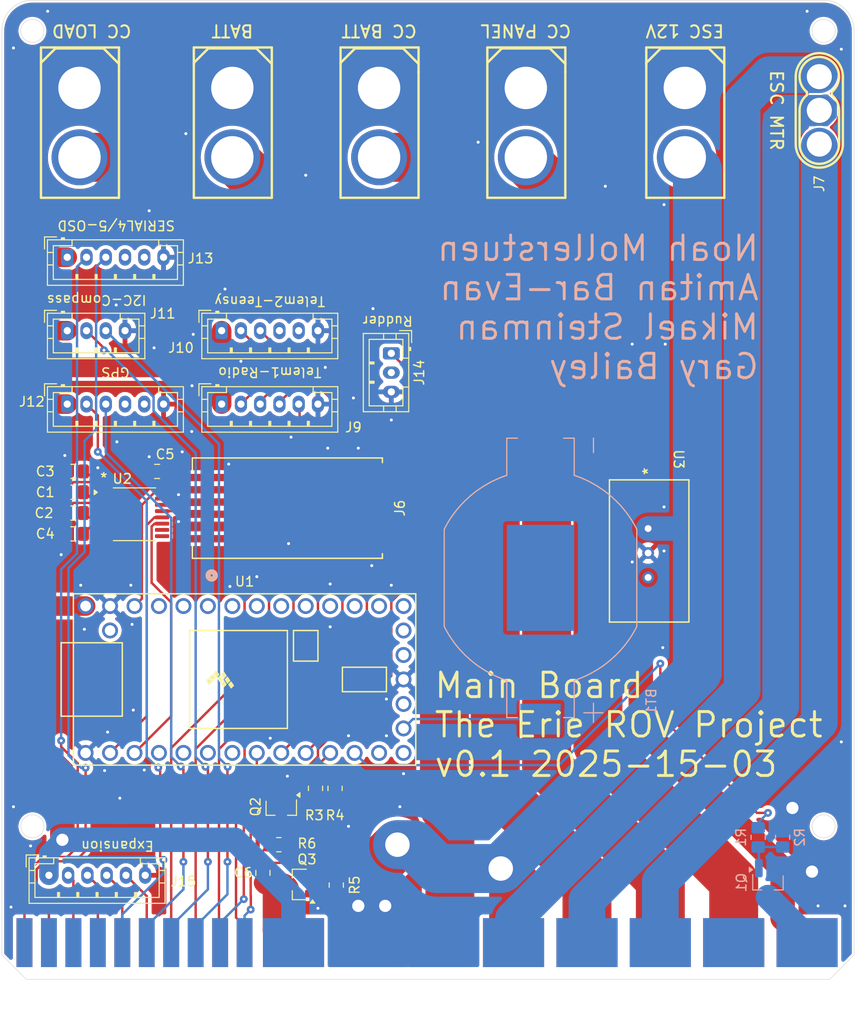
<source format=kicad_pcb>
(kicad_pcb (version 20240108) (generator "pcbnew") (generator_version "8.0")
  (layers (0 "F.Cu" signal) (31 "B.Cu" signal) (34 "B.Paste" user) (35 "F.Paste" user) (36 "B.SilkS" user "B.Silkscreen") (37 "F.SilkS" user "F.Silkscreen") (38 "B.Mask" user) (39 "F.Mask" user) (44 "Edge.Cuts" user))
  (net 0 "")
  (net 1 "GND")
  (net 2 "PNL+")
  (net 3 "MTR_B")
  (net 4 "MTR_G")
  (net 5 "MTR_W")
  (net 6 "+5V")
  (net 7 "GPS_TX")
  (net 8 "GPS_RX")
  (net 9 "TELEM1_TX")
  (net 10 "TELEM1_RX")
  (net 11 "RDR_PWM")
  (net 12 "+12V")
  (net 16 "TELEM1_CTS")
  (net 17 "TELEM1_RTS")
  (net 34 "TELEM2_TX")
  (net 36 "Net-(Q1-G)")
  (net 37 "Net-(U2-C1-)")
  (net 38 "Net-(U2-C1+)")
  (net 39 "Net-(U2-C2-)")
  (net 40 "Net-(U2-C2+)")
  (net 41 "Net-(U2-V+)")
  (net 42 "Net-(U2-V-)")
  (net 43 "+3.3V")
  (net 48 "Net-(U2-R1IN)")
  (net 49 "Net-(U2-T1OUT)")
  (net 50 "SCC_TX")
  (net 51 "SCC_RX")
  (net 52 "VID_PWR")
  (net 53 "TELEM2_RX")
  (net 55 "EXP_3")
  (net 56 "EXP_4")
  (net 58 "EXP_2")
  (net 59 "LOAD_CC")
  (net 60 "OSD_TX")
  (net 61 "EXP_1")
  (net 62 "OSD_RX")
  (net 63 "STRB_PWM")
  (net 64 "5V_AUX")
  (net 71 "Net-(U1-VBAT)")
  (net 72 "GPS_SCL")
  (net 73 "GPS_SCA")
  (net 74 "TELEM_GND")
  (net 75 "VTX_SW")
  (net 76 "TELEM_SW")
  (net 77 "BATT_SW")
  (net 78 "BATT_CC")
  (net 87 "Net-(Q2-G)")
  (net 88 "Net-(Q2-D)")
  (net 89 "Net-(Q3-G)")
  (footprint "1761426_3:1761426_1_CardEdge" (layer "F.Cu") (at 101.6 203.2)
    (property "Reference" "J1" (hide yes))
    (property "Value" "1761426-1" (hide yes))
    (fp_line (start -44.2595 -2.54) (end -44.2595 -7.62) (stroke (width 0.05)) (layer "Edge.Cuts"))
    (fp_line (start -41.7195 0) (end -44.2595 -2.54) (stroke (width 0.05)) (layer "Edge.Cuts"))
    (fp_line (start -41.7195 0) (end 41.7195 0) (stroke (width 0.05)) (layer "Edge.Cuts"))
    (fp_line (start 41.7195 0) (end 44.2595 -2.54) (stroke (width 0.05)) (layer "Edge.Cuts"))
    (fp_line (start 44.2595 -2.54) (end 44.2595 -7.62) (stroke (width 0.05)) (layer "Edge.Cuts"))
  )
  (footprint "easyeda2kicad:CONN-TH_XT60" (layer "F.Cu") (at 81.28 114.3 -90)
    (property "Reference" "J2" (hide yes))
    (property "Value" "BATT")
  )
  (footprint "easyeda2kicad:CONN-TH_XT60" (layer "F.Cu") (at 65.405 114.3 -90)
    (property "Reference" "J5" (hide yes))
    (property "Value" "CC LOAD")
  )
  (footprint "Package_SO:TSSOP-16_4.4x5mm_P0.65mm" (layer "F.Cu") (at 71.12 154.94)
    (property "Reference" "U2")
    (property "Value" "MAX3232CUE+T")
  )
  (footprint "Resistor_SMD:R_0805_2012Metric_Pad1.20x1.40mm_HandSolder" (layer "F.Cu") (at 86.106 189.23)
    (property "Reference" "R6")
    (property "Value" "1k")
  )
  (footprint "Package_TO_SOT_SMD:SOT-23_Handsoldering" (layer "F.Cu") (at 88.265 193.355 180)
    (property "Reference" "Q3")
    (property "Value" "AO3401A")
  )
  (footprint "Capacitor_SMD:C_0805_2012Metric_Pad1.18x1.45mm_HandSolder" (layer "F.Cu") (at 64.77 150.495 180)
    (property "Reference" "C3")
    (property "Value" "0.1uF")
  )
  (footprint "easyeda2kicad:CONN-TH_XT60" (layer "F.Cu") (at 96.52 114.3 -90)
    (property "Reference" "J4" (hide yes))
    (property "Value" "CC BATT")
  )
  (footprint "Connector_JST:JST_PH_B3B-PH-K_1x03_P2.00mm_Vertical" (layer "F.Cu") (at 97.79 138.24 -90)
    (property "Reference" "J14")
    (property "Value" "Rudder")
  )
  (footprint "easyeda2kicad:CONN-TH_XT60" (layer "F.Cu") (at 111.76 114.3 -90)
    (property "Reference" "J3" (hide yes))
    (property "Value" "CC PANEL")
  )
  (footprint "Connector_JST:JST_PH_B6B-PH-K_1x06_P2.00mm_Vertical" (layer "F.Cu") (at 80.17 135.89)
    (property "Reference" "J10")
    (property "Value" "Telem2-Teensy")
  )
  (footprint "Connector_JST:JST_PH_B6B-PH-K_1x06_P2.00mm_Vertical" (layer "F.Cu") (at 62.23 192.405)
    (property "Reference" "J15")
    (property "Value" "Expansion")
  )
  (footprint "Capacitor_SMD:C_0805_2012Metric_Pad1.18x1.45mm_HandSolder" (layer "F.Cu") (at 84.455 192.151 -90)
    (property "Reference" "C6")
    (property "Value" "10n")
  )
  (footprint "Connector_JST:JST_PH_B6B-PH-K_1x06_P2.00mm_Vertical" (layer "F.Cu") (at 64.135 143.51)
    (property "Reference" "J12")
    (property "Value" "GPS")
  )
  (footprint "Resistor_SMD:R_0805_2012Metric_Pad1.20x1.40mm_HandSolder" (layer "F.Cu") (at 89.916 183.388 90)
    (property "Reference" "R3")
    (property "Value" "100")
  )
  (footprint "teensy_library:Teensy40" (layer "F.Cu") (at 82.55 172.085)
    (property "Reference" "U1")
    (property "Value" "Teensy4.0")
  )
  (footprint "Connector_JST:JST_PH_B4B-PH-K_1x04_P2.00mm_Vertical" (layer "F.Cu") (at 64.135 135.89)
    (property "Reference" "J11")
    (property "Value" "I2C")
  )
  (footprint "Capacitor_SMD:C_0805_2012Metric_Pad1.18x1.45mm_HandSolder" (layer "F.Cu") (at 64.77 152.654 180)
    (property "Reference" "C1")
    (property "Value" "0.1uF")
  )
  (footprint "Resistor_SMD:R_0805_2012Metric_Pad1.20x1.40mm_HandSolder" (layer "F.Cu") (at 92.075 193.421 -90)
    (property "Reference" "R5")
    (property "Value" "10K")
  )
  (footprint "Connector_JST:JST_PH_B6B-PH-K_1x06_P2.00mm_Vertical" (layer "F.Cu") (at 80.17 143.51)
    (property "Reference" "J9")
    (property "Value" "Telem1-Radio")
  )
  (footprint "Package_TO_SOT_SMD:SOT-23_Handsoldering" (layer "F.Cu") (at 86.36 185.42 -90)
    (property "Reference" "Q2")
    (property "Value" "FDV303N")
  )
  (footprint "Capacitor_SMD:C_0805_2012Metric_Pad1.18x1.45mm_HandSolder" (layer "F.Cu") (at 73.4695 150.495)
    (property "Reference" "C5")
    (property "Value" "0.1uF")
  )
  (footprint "Resistor_SMD:R_0805_2012Metric_Pad1.20x1.40mm_HandSolder" (layer "F.Cu") (at 91.948 183.388 90)
    (property "Reference" "R4")
    (property "Value" "10K")
  )
  (footprint "0855135002:CONN_85513-5002_MOL" (layer "F.Cu") (at 86.995 154.305 90)
    (property "Reference" "J6")
    (property "Value" "855135002")
  )
  (footprint "easyeda2kicad:CONN-TH_MR30-M" (layer "F.Cu") (at 142.24 113.03 -90)
    (property "Reference" "J7")
    (property "Value" "ESC MTR")
  )
  (footprint "TSR_2_2450:TSR 2-2450_TRP" (layer "F.Cu") (at 124.46 156.421709 -90)
    (property "Reference" "U3")
    (property "Value" "TSR 2-2450")
  )
  (footprint "easyeda2kicad:CONN-TH_XT60" (layer "F.Cu") (at 128.27 114.3 -90)
    (property "Reference" "J8" (hide yes))
    (property "Value" "ESC 12V")
  )
  (footprint "Connector_JST:JST_PH_B6B-PH-K_1x06_P2.00mm_Vertical" (layer "F.Cu") (at 64.135 128.27)
    (property "Reference" "J13")
    (property "Value" "SERIAL4/5-OSD")
  )
  (footprint "Capacitor_SMD:C_0805_2012Metric_Pad1.18x1.45mm_HandSolder" (layer "F.Cu") (at 64.77 154.813 180)
    (property "Reference" "C2")
    (property "Value" "0.1uF")
  )
  (footprint "Capacitor_SMD:C_0805_2012Metric_Pad1.18x1.45mm_HandSolder" (layer "F.Cu") (at 64.77 156.972)
    (property "Reference" "C4")
    (property "Value" "0.1uF")
  )
  (footprint "BU2032SM_HD_G:BAT_BU2032SM-HD-G" (layer "B.Cu") (at 113.284 161.544 90)
    (property "Reference" "BT1")
    (property "Value" "BU2032SM-HD-G")
  )
  (footprint "Resistor_SMD:R_0805_2012Metric_Pad1.20x1.40mm_HandSolder" (layer "B.Cu") (at 138.43 188.468 90)
    (property "Reference" "R2")
    (property "Value" "10K")
  )
  (footprint "Package_TO_SOT_SMD:SOT-23_Handsoldering" (layer "B.Cu") (at 136.906 193.167 -90)
    (property "Reference" "Q1")
    (property "Value" "FDV303N")
  )
  (footprint "Resistor_SMD:R_0805_2012Metric_Pad1.20x1.40mm_HandSolder" (layer "B.Cu") (at 135.89 188.468 90)
    (property "Reference" "R1")
    (property "Value" "100")
  )
  (gr_circle (center 60.5155 104.775) (end 59.3155 104.775) (stroke (width 0.0508)) (fill none) (layer "Edge.Cuts"))
  (gr_circle (center 142.6845 104.775) (end 141.4845 104.775) (stroke (width 0.0508)) (fill none) (layer "Edge.Cuts"))
  (gr_line (start 142.6845 101.6) (end 60.5155 101.6) (stroke (width 0.0508)) (layer "Edge.Cuts"))
  (gr_line (start 145.8595 195.58) (end 145.8595 104.775001) (stroke (width 0.0508)) (layer "Edge.Cuts"))
  (gr_circle (center 60.5155 187.325) (end 59.3155 187.325) (stroke (width 0.0508)) (fill none) (layer "Edge.Cuts"))
  (gr_arc (start 142.6845 101.6) (mid 144.929564 102.529936) (end 145.8595 104.775001) (stroke (width 0.0508)) (layer "Edge.Cuts"))
  (gr_circle (center 142.6845 187.325) (end 141.4845 187.325) (stroke (width 0.0508)) (fill none) (layer "Edge.Cuts"))
  (gr_arc (start 57.3405 104.775) (mid 58.270436 102.529936) (end 60.5155 101.6) (stroke (width 0.0508)) (layer "Edge.Cuts"))
  (gr_line (start 57.3405 195.58) (end 57.3405 104.775) (stroke (width 0.0508)) (layer "Edge.Cuts"))
  (gr_text "Noah Mollerstuen\nAmitan Bar-Evan\nMikael Steinman\nGary Bailey" (at 136.144 141.097 -0) (layer "B.SilkS") (effects (font (size 2.54 2.54) (thickness 0.3048)) (justify left bottom mirror)))
  (gr_text "Main Board\nThe Erie ROV Project\nv0.1 2025-15-03" (at 102.108 182.372 0) (layer "F.SilkS") (effects (font (size 2.54 2.54) (thickness 0.3048)) (justify left bottom)))
  (segment (start 97.79 142.24) (end 97.79 143.637) (width 0.25) (layer "F.Cu") (net 1))
  (segment (start 96.52 199.39) (end 95.25 199.39) (width 0.25) (layer "F.Cu") (net 1))
  (segment (start 95.25 199.39) (end 95.28 199.36) (width 5.08) (layer "F.Cu") (net 1))
  (segment (start 75.692 152.908) (end 75.284998 153.315002) (width 0.25) (layer "F.Cu") (net 1))
  (segment (start 75.284998 153.315002) (end 74.060299 153.315002) (width 0.25) (layer "F.Cu") (net 1))
  (via (at 81.026 162.433) (size 0.8128) (drill 0.3048) (layers "F.Cu" "B.Cu") (net 1))
  (via (at 86.995 182.118) (size 0.8128) (drill 0.3048) (layers "F.Cu" "B.Cu") (net 1))
  (via (at 97.282 177.927) (size 0.8128) (drill 0.3048) (layers "F.Cu" "B.Cu") (net 1))
  (via (at 87.122 157.988) (size 0.8128) (drill 0.3048) (layers "F.Cu" "B.Cu") (net 1))
  (via (at 65.913 166.878) (size 0.8128) (drill 0.3048) (layers "F.Cu" "B.Cu") (net 1))
  (via (at 98.679 185.293) (size 0.8128) (drill 0.3048) (layers "F.Cu" "B.Cu") (net 1))
  (via (at 97.282 174.117) (size 0.8128) (drill 0.3048) (layers "F.Cu" "B.Cu") (net 1))
  (via (at 94.361 148.082) (size 0.8128) (drill 0.3048) (layers "F.Cu" "B.Cu") (net 1))
  (via (at 97.79 162.306) (size 0.8128) (drill 0.3048) (layers "F.Cu" "B.Cu") (net 1))
  (via (at 144.526 178.562) (size 0.8128) (drill 0.3048) (layers "F.Cu" "B.Cu") (net 1))
  (via (at 69.2912 147.4216) (size 0.8128) (drill 0.3048) (layers "F.Cu" "B.Cu") (net 1))
  (via (at 93.853 142.875) (size 0.8128) (drill 0.3048) (layers "F.Cu" "B.Cu") (net 1))
  (via (at 144.526 106.68) (size 0.8128) (drill 0.3048) (layers "F.Cu" "B.Cu") (net 1))
  (via (at 140.97 102.743) (size 0.8128) (drill 0.3048) (layers "F.Cu" "B.Cu") (net 1))
  (via (at 83.82 161.417) (size 0.8128) (drill 0.3048) (layers "F.Cu" "B.Cu") (net 1))
  (via (at 91.186 148.082) (size 0.8128) (drill 0.3048) (layers "F.Cu" "B.Cu") (net 1))
  (via (at 62.103 102.743) (size 0.8128) (drill 0.3048) (layers "F.Cu" "B.Cu") (net 1))
  (via (at 126.111 158.75) (size 0.8128) (drill 0.3048) (layers "F.Cu" "B.Cu") (net 1))
  (via (at 82.169 139.065) (size 0.8128) (drill 0.3048) (layers "F.Cu" "B.Cu") (net 1))
  (via (at 94.361 195.58) (size 2.032) (drill 1.27) (layers "F.Cu" "B.Cu") (net 1))
  (via (at 70.739 162.306) (size 0.8128) (drill 0.3048) (layers "F.Cu" "B.Cu") (net 1))
  (via (at 63.881 148.844) (size 0.8128) (drill 0.3048) (layers "F.Cu" "B.Cu") (net 1))
  (via (at 80.899 149.733) (size 0.8128) (drill 0.3048) (layers "F.Cu" "B.Cu") (net 1))
  (via (at 69.215 133.223) (size 0.8128) (drill 0.3048) (layers "F.Cu" "B.Cu") (net 1))
  (via (at 126.238 137.287) (size 0.8128) (drill 0.3048) (layers "F.Cu" "B.Cu") (net 1))
  (via (at 72.136 181.483) (size 0.8128) (drill 0.3048) (layers "F.Cu" "B.Cu") (net 1))
  (via (at 58.547 185.293) (size 0.8128) (drill 0.3048) (layers "F.Cu" "B.Cu") (net 1))
  (via (at 93.345 177.927) (size 0.8128) (drill 0.3048) (layers "F.Cu" "B.Cu") (net 1))
  (via (at 75.692 155.702) (size 0.8128) (drill 0.3048) (layers "F.Cu" "B.Cu") (net 1))
  (via (at 76.073 148.463) (size 0.8128) (drill 0.3048) (layers "F.Cu" "B.Cu") (net 1))
  (via (at 95.758 160.274) (size 0.8128) (drill 0.3048) (layers "F.Cu" "B.Cu") (net 1))
  (via (at 144.907 195.58) (size 0.8128) (drill 0.3048) (layers "F.Cu" "B.Cu") (net 1))
  (via (at 72.644 148.971) (size 0.8128) (drill 0.3048) (layers "F.Cu" "B.Cu") (net 1))
  (via (at 70.993 175.26) (size 0.8128) (drill 0.3048) (layers "F.Cu" "B.Cu") (net 1))
  (via (at 73.152 137.668) (size 0.8128) (drill 0.3048) (layers "F.Cu" "B.Cu") (net 1))
  (via (at 120.015 120.904) (size 0.8128) (drill 0.3048) (layers "F.Cu" "B.Cu") (net 1))
  (via (at 77.216 136.271) (size 0.8128) (drill 0.3048) (layers "F.Cu" "B.Cu") (net 1))
  (via (at 122.809 137.287) (size 0.8128) (drill 0.3048) (layers "F.Cu" "B.Cu") (net 1))
  (via (at 60.325 189.357) (size 0.8128) (drill 0.3048) (layers "F.Cu" "B.Cu") (net 1))
  (via (at 141.478 192.024) (size 2.032) (drill 1.27) (layers "F.Cu" "B.Cu") (net 1))
  (via (at 125.984 168.783) (size 0.8128) (drill 0.3048) (layers "F.Cu" "B.Cu") (net 1))
  (via (at 85.217 178.181) (size 0.8128) (drill 0.3048) (layers "F.Cu" "B.Cu") (net 1))
  (via (at 97.79 145.161) (size 0.8128) (drill 0.3048) (layers "F.Cu" "B.Cu") (net 1))
  (via (at 72.644 123.444) (size 0.8128) (drill 0.3048) (layers "F.Cu" "B.Cu") (net 1))
  (via (at 77.089 141.605) (size 0.8128) (drill 0.3048) (layers "F.Cu" "B.Cu") (net 1))
  (via (at 139.446 185.42) (size 2.032) (drill 1.27) (layers "F.Cu" "B.Cu") (net 1))
  (via (at 90.17 195.834) (size 0.8128) (drill 0.3048) (layers "F.Cu" "B.Cu") (net 1))
  (via (at 126.111 154.178) (size 0.8128) (drill 0.3048) (layers "F.Cu" "B.Cu") (net 1))
  (via (at 77.0636 146.3548) (size 0.8128) (drill 0.3048) (layers "F.Cu" "B.Cu") (net 1))
  (via (at 80.518 131.572) (size 0.8128) (drill 0.3048) (layers "F.Cu" "B.Cu") (net 1))
  (via (at 70.866 166.37) (size 0.8128) (drill 0.3048) (layers "F.Cu" "B.Cu") (net 1))
  (via (at 93.345 187.325) (size 0.8128) (drill 0.3048) (layers "F.Cu" "B.Cu") (net 1))
  (via (at 75.692 152.908) (size 0.8128) (drill 0.3048) (layers "F.Cu" "B.Cu") (net 1))
  (via (at 87.376 146.939) (size 0.8128) (drill 0.3048) (layers "F.Cu" "B.Cu") (net 1))
  (via (at 106.807 116.332) (size 0.8128) (drill 0.3048) (layers "F.Cu" "B.Cu") (net 1))
  (via (at 95.885 133.604) (size 0.8128) (drill 0.3048) (layers "F.Cu" "B.Cu") (net 1))
  (via (at 58.293 195.707) (size 0.8128) (drill 0.3048) (layers "F.Cu" "B.Cu") (net 1))
  (via (at 68.326 177.546) (size 0.8128) (drill 0.3048) (layers "F.Cu" "B.Cu") (net 1))
  (via (at 67.31 150.114) (size 0.8128) (drill 0.3048) (layers "F.Cu" "B.Cu") (net 1))
  (via (at 69.596 184.404) (size 0.8128) (drill 0.3048) (layers "F.Cu" "B.Cu") (net 1))
  (via (at 76.454 115.443) (size 0.8128) (drill 0.3048) (layers "F.Cu" "B.Cu") (net 1))
  (via (at 68.014808 181.539386) (size 0.8128) (drill 0.3048) (layers "F.Cu" "B.Cu") (net 1))
  (via (at 88.9 119.761) (size 0.8128) (drill 0.3048) (layers "F.Cu" "B.Cu") (net 1))
  (via (at 63.5 159.131) (size 0.8128) (drill 0.3048) (layers "F.Cu" "B.Cu") (net 1))
  (via (at 126.111 122.809) (size 0.8128) (drill 0.3048) (layers "F.Cu" "B.Cu") (net 1))
  (via (at 142.113 195.58) (size 0.8128) (drill 0.3048) (layers "F.Cu" "B.Cu") (net 1))
  (via (at 97.155 195.58) (size 2.032) (drill 1.27) (layers "F.Cu" "B.Cu") (net 1))
  (via (at 91.44 162.179) (size 0.8128) (drill 0.3048) (layers "F.Cu" "B.Cu") (net 1))
  (via (at 58.547 106.553) (size 0.8128) (drill 0.3048) (layers "F.Cu" "B.Cu") (net 1))
  (via (at 91.44 166.624) (size 0.8128) (drill 0.3048) (layers "F.Cu" "B.Cu") (net 1))
  (via (at 99.06 181.864) (size 0.8128) (drill 0.3048) (layers "F.Cu" "B.Cu") (net 1))
  (via (at 122.809 159.893) (size 0.8128) (drill 0.3048) (layers "F.Cu" "B.Cu") (net 1))
  (via (at 90.932 139.7) (size 0.8128) (drill 0.3048) (layers "F.Cu" "B.Cu") (net 1))
  (via (at 65.532 162.306) (size 0.8128) (drill 0.3048) (layers "F.Cu" "B.Cu") (net 1))
  (segment (start 83.185 184.531) (end 69.723 184.531) (width 5.08) (layer "B.Cu") (net 1))
  (segment (start 69.723 184.531) (end 69.596 184.404) (width 5.08) (layer "B.Cu") (net 1))
  (segment (start 89.73 188.79) (end 87.444 188.79) (width 5.08) (layer "B.Cu") (net 1))
  (segment (start 60.325 125.095) (end 60.765 124.655) (width 5.08) (layer "B.Cu") (net 1))
  (segment (start 71.12 112.313781) (end 69.506219 110.7) (width 5.08) (layer "B.Cu") (net 1))
  (segment (start 85.344 186.69) (end 83.185 184.531) (width 5.08) (layer "B.Cu") (net 1))
  (segment (start 95.25 196.469) (end 94.361 195.58) (width 5.08) (layer "B.Cu") (net 1))
  (segment (start 69.506219 110.7) (end 65.405 110.7) (width 5.08) (layer "B.Cu") (net 1))
  (segment (start 97.155 195.58) (end 94.361 195.58) (width 5.08) (layer "B.Cu") (net 1))
  (segment (start 69.596 184.404) (end 69.469 184.531) (width 5.08) (layer "B.Cu") (net 1))
  (segment (start 72.23 192.405) (end 72.23 190.787) (width 0.25) (layer "B.Cu") (net 1))
  (segment (start 95.25 199.39) (end 95.25 196.469) (width 5.08) (layer "B.Cu") (net 1))
  (segment (start 97.155 195.58) (end 96.52 195.58) (width 5.08) (layer "B.Cu") (net 1))
  (segment (start 71.12 120.161165) (end 71.12 112.313781) (width 5.08) (layer "B.Cu") (net 1))
  (segment (start 64.4525 184.531) (end 60.325 180.4035) (width 5.08) (layer "B.Cu") (net 1))
  (segment (start 87.444 188.79) (end 85.344 186.69) (width 5.08) (layer "B.Cu") (net 1))
  (segment (start 69.469 184.531) (end 64.4525 184.531) (width 5.08) (layer "B.Cu") (net 1))
  (segment (start 96.52 195.58) (end 89.73 188.79) (width 5.08) (layer "B.Cu") (net 1))
  (segment (start 65.405 110.7) (end 128.27 110.7) (width 5.08) (layer "B.Cu") (net 1))
  (segment (start 60.765 124.655) (end 66.626165 124.655) (width 5.08) (layer "B.Cu") (net 1))
  (segment (start 66.626165 124.655) (end 71.12 120.161165) (width 5.08) (layer "B.Cu") (net 1))
  (segment (start 60.325 180.4035) (end 60.325 125.095) (width 5.08) (layer "B.Cu") (net 1))
  (segment (start 72.23 190.787) (end 72.263 190.754) (width 0.25) (layer "B.Cu") (net 1))
  (segment (start 111.76 118.237) (end 111.76 117.9) (width 5.08) (layer "F.Cu") (net 2))
  (segment (start 119.253 178.943) (end 119.253 125.73) (width 5.08) (layer "F.Cu") (net 2))
  (segment (start 133.35 193.04) (end 119.253 178.943) (width 5.08) (layer "F.Cu") (net 2))
  (segment (start 119.253 125.73) (end 111.76 118.237) (width 5.08) (layer "F.Cu") (net 2))
  (segment (start 133.35 199.39) (end 133.35 193.04) (width 5.08) (layer "F.Cu") (net 2))
  (segment (start 134.22 112.16) (end 137.055 109.325) (width 3.81) (layer "B.Cu") (net 3))
  (segment (start 137.055 109.325) (end 142.24 109.325) (width 3.81) (layer "B.Cu") (net 3))
  (segment (start 134.22 173.208008) (end 134.22 112.16) (width 3.81) (layer "B.Cu") (net 3))
  (segment (start 110.49 199.39) (end 110.49 196.938008) (width 3.81) (layer "B.Cu") (net 3))
  (segment (start 110.49 196.938008) (end 134.22 173.208008) (width 3.81) (layer "B.Cu") (net 3))
  (segment (start 118.11 194.989004) (end 138.23 174.869004) (width 3.81) (layer "B.Cu") (net 4))
  (segment (start 118.11 199.39) (end 118.11 194.989004) (width 3.81) (layer "B.Cu") (net 4))
  (segment (start 138.23 174.869004) (end 138.23 114.5) (width 3.81) (layer "B.Cu") (net 4))
  (segment (start 125.73 199.39) (end 125.73 193.04) (width 3.81) (layer "B.Cu") (net 5))
  (segment (start 125.73 193.04) (end 142.24 176.53) (width 3.81) (layer "B.Cu") (net 5))
  (segment (start 142.24 176.53) (end 142.24 116.735) (width 3.81) (layer "B.Cu") (net 5))
  (segment (start 59.69 135.89) (end 59.69 128.27) (width 2.54) (layer "F.Cu") (net 6))
  (segment (start 64.135 135.89) (end 59.69 135.89) (width 2.032) (layer "F.Cu") (net 6))
  (segment (start 59.69 182.631344) (end 59.69 164.465) (width 2.54) (layer "F.Cu") (net 6))
  (segment (start 80.17 135.89) (end 80.17 139.7) (width 2.032) (layer "F.Cu") (net 6))
  (segment (start 63.627 188.722) (end 63.627 186.568344) (width 2.54) (layer "F.Cu") (net 6))
  (segment (start 66.04 164.465) (end 59.69 164.465) (width 2.032) (layer "F.Cu") (net 6))
  (segment (start 80.17 139.7) (end 80.17 143.51) (width 2.032) (layer "F.Cu") (net 6))
  (segment (start 64.135 143.51) (end 59.69 143.51) (width 2.032) (layer "F.Cu") (net 6))
  (segment (start 63.627 186.568344) (end 59.69 182.631344) (width 2.54) (layer "F.Cu") (net 6))
  (segment (start 59.69 164.465) (end 59.69 143.51) (width 2.54) (layer "F.Cu") (net 6))
  (segment (start 59.69 143.51) (end 59.69 139.7) (width 2.54) (layer "F.Cu") (net 6))
  (segment (start 59.69 139.7) (end 59.69 135.89) (width 2.54) (layer "F.Cu") (net 6))
  (segment (start 80.17 139.7) (end 59.69 139.7) (width 2.032) (layer "F.Cu") (net 6))
  (segment (start 64.135 128.27) (end 59.69 128.27) (width 2.032) (layer "F.Cu") (net 6))
  (via (at 63.627 188.722) (size 2.032) (drill 1.27) (layers "F.Cu" "B.Cu") (net 6))
  (segment (start 62.23 190.119) (end 63.627 188.722) (width 2.032) (layer "B.Cu") (net 6))
  (segment (start 87.63 194.818) (end 81.534 188.722) (width 2.54) (layer "B.Cu") (net 6))
  (segment (start 62.23 192.405) (end 62.23 190.119) (width 2.032) (layer "B.Cu") (net 6))
  (segment (start 87.63 199.39) (end 87.63 194.818) (width 2.54) (layer "B.Cu") (net 6))
  (segment (start 81.534 188.722) (end 63.627 188.722) (width 2.54) (layer "B.Cu") (net 6))
  (segment (start 67.31 144.685) (end 66.135 143.51) (width 0.25) (layer "F.Cu") (net 7))
  (segment (start 74.123 190.799) (end 73.787 190.463) (width 0.25) (layer "F.Cu") (net 7))
  (segment (start 73.787 181.422991) (end 73.593009 181.229) (width 0.25) (layer "F.Cu") (net 7))
  (segment (start 67.31 148.463) (end 67.31 144.685) (width 0.25) (layer "F.Cu") (net 7))
  (segment (start 73.787 190.463) (end 73.787 181.422991) (width 0.25) (layer "F.Cu") (net 7))
  (via (at 67.31 148.463) (size 0.8128) (drill 0.3048) (layers "F.Cu" "B.Cu") (net 7))
  (via (at 74.123 190.799) (size 0.8128) (drill 0.3048) (layers "F.Cu" "B.Cu") (net 7))
  (via (at 73.593009 181.229) (size 0.8128) (drill 0.3048) (layers "F.Cu" "B.Cu") (net 7))
  (segment (start 72.39 180.119496) (end 72.39 153.543) (width 0.25) (layer "B.Cu") (net 7))
  (segment (start 73.593009 181.229) (end 73.499504 181.229) (width 0.25) (layer "B.Cu") (net 7))
  (segment (start 74.123 190.799) (end 74.123 192.196) (width 0.25) (layer "B.Cu") (net 7))
  (segment (start 74.123 192.196) (end 69.85 196.469) (width 0.25) (layer "B.Cu") (net 7))
  (segment (start 73.499504 181.229) (end 72.39 180.119496) (width 0.25) (layer "B.Cu") (net 7))
  (segment (start 72.39 153.543) (end 67.31 148.463) (width 0.25) (layer "B.Cu") (net 7))
  (segment (start 69.85 196.469) (end 69.85 199.39) (width 0.25) (layer "B.Cu") (net 7))
  (segment (start 76.2 181.391) (end 76.2 191.008) (width 0.25) (layer "F.Cu") (net 8))
  (segment (start 75.9285 181.1195) (end 76.2 181.391) (width 0.25) (layer "F.Cu") (net 8))
  (via (at 76.2 191.008) (size 0.8128) (drill 0.3048) (layers "F.Cu" "B.Cu") (net 8))
  (via (at 75.9285 181.1195) (size 0.8128) (drill 0.3048) (layers "F.Cu" "B.Cu") (net 8))
  (segment (start 72.39 197.6755) (end 76.2 193.8655) (width 0.25) (layer "B.Cu") (net 8))
  (segment (start 76.2 193.8655) (end 76.2 191.008) (width 0.25) (layer "B.Cu") (net 8))
  (segment (start 75.9285 181.1195) (end 74.93 180.121) (width 0.25) (layer "B.Cu") (net 8))
  (segment (start 74.93 180.121) (end 74.93 155.321) (width 0.25) (layer "B.Cu") (net 8))
  (segment (start 72.39 199.39) (end 72.39 197.6755) (width 0.25) (layer "B.Cu") (net 8))
  (segment (start 74.93 155.321) (end 68.135 148.526) (width 0.25) (layer "B.Cu") (net 8))
  (segment (start 68.135 148.526) (end 68.135 143.51) (width 0.25) (layer "B.Cu") (net 8))
  (segment (start 82.55 181.61) (end 82.55 177.8) (width 0.25) (layer "F.Cu") (net 9))
  (segment (start 81.661 196.7865) (end 81.661 182.499) (width 0.25) (layer "F.Cu") (net 9))
  (segment (start 81.661 182.499) (end 82.55 181.61) (width 0.25) (layer "F.Cu") (net 9))
  (segment (start 90.17 170.18) (end 90.17 147.321396) (width 0.25) (layer "F.Cu") (net 9))
  (segment (start 90.932 140.97) (end 84.71 140.97) (width 0.25) (layer "F.Cu") (net 9))
  (segment (start 84.71 140.97) (end 82.17 143.51) (width 0.25) (layer "F.Cu") (net 9))
  (segment (start 92.71 142.748) (end 90.932 140.97) (width 0.25) (layer "F.Cu") (net 9))
  (segment (start 82.55 177.8) (end 90.17 170.18) (width 0.25) (layer "F.Cu") (net 9))
  (segment (start 92.71 144.781396) (end 92.71 142.748) (width 0.25) (layer "F.Cu") (net 9))
  (segment (start 82.55 197.6755) (end 81.661 196.7865) (width 0.25) (layer "F.Cu") (net 9))
  (segment (start 82.55 199.39) (end 82.55 197.6755) (width 0.25) (layer "F.Cu") (net 9))
  (segment (start 90.17 147.321396) (end 92.71 144.781396) (width 0.25) (layer "F.Cu") (net 9))
  (segment (start 87.63 163.957) (end 87.63 171.577) (width 0.25) (layer "F.Cu") (net 10))
  (segment (start 92.075 144.78) (end 89.535 147.32) (width 0.25) (layer "F.Cu") (net 10))
  (segment (start 84.17 143.51) (end 84.17 143.235) (width 0.25) (layer "F.Cu") (net 10))
  (segment (start 89.535 162.052) (end 87.63 163.957) (width 0.25) (layer "F.Cu") (net 10))
  (segment (start 87.63 171.577) (end 79.8905 179.3165) (width 0.25) (layer "F.Cu") (net 10))
  (segment (start 85.798604 141.606396) (end 90.806396 141.606396) (width 0.25) (layer "F.Cu") (net 10))
  (segment (start 92.075 142.875) (end 92.075 144.78) (width 0.25) (layer "F.Cu") (net 10))
  (segment (start 89.535 147.32) (end 89.535 162.052) (width 0.25) (layer "F.Cu") (net 10))
  (segment (start 79.8905 199.2705) (end 80.01 199.39) (width 0.25) (layer "F.Cu") (net 10))
  (segment (start 90.806396 141.606396) (end 92.075 142.875) (width 0.25) (layer "F.Cu") (net 10))
  (segment (start 84.17 143.235) (end 85.798604 141.606396) (width 0.25) (layer "F.Cu") (net 10))
  (segment (start 79.8905 179.3165) (end 79.8905 199.2705) (width 0.25) (layer "F.Cu") (net 10))
  (segment (start 85.725 181.102) (end 89.154 181.102) (width 0.25) (layer "F.Cu") (net 11))
  (segment (start 83.185 195.961) (end 83.200987 195.945013) (width 0.25) (layer "F.Cu") (net 11))
  (segment (start 99.187 139.637) (end 97.79 138.24) (width 0.25) (layer "F.Cu") (net 11))
  (segment (start 97.79 171.704) (end 97.79 164.0078) (width 0.25) (layer "F.Cu") (net 11))
  (segment (start 83.200987 194.576252) (end 83.185 194.560265) (width 0.25) (layer "F.Cu") (net 11))
  (segment (start 99.187 162.6108) (end 99.187 139.637) (width 0.25) (layer "F.Cu") (net 11))
  (segment (start 89.154 181.102) (end 90.17 180.086) (width 0.25) (layer "F.Cu") (net 11))
  (segment (start 83.185 183.642) (end 85.725 181.102) (width 0.25) (layer "F.Cu") (net 11))
  (segment (start 97.79 164.0078) (end 99.187 162.6108) (width 0.25) (layer "F.Cu") (net 11))
  (segment (start 83.185 194.560265) (end 83.185 183.642) (width 0.25) (layer "F.Cu") (net 11))
  (segment (start 90.17 179.324) (end 97.79 171.704) (width 0.25) (layer "F.Cu") (net 11))
  (segment (start 83.200987 195.945013) (end 83.200987 194.576252) (width 0.25) (layer "F.Cu") (net 11))
  (segment (start 90.17 180.086) (end 90.17 179.324) (width 0.25) (layer "F.Cu") (net 11))
  (via (at 83.185 195.961) (size 0.8128) (drill 0.3048) (layers "F.Cu" "B.Cu") (net 11))
  (segment (start 82.55 196.596) (end 82.55 199.39) (width 0.25) (layer "B.Cu") (net 11))
  (segment (start 83.185 195.961) (end 82.55 196.596) (width 0.25) (layer "B.Cu") (net 11))
  (segment (start 110.49 193.04) (end 110.49 199.39) (width 5.08) (layer "F.Cu") (net 12))
  (segment (start 96.574 191.081) (end 90.551 191.081) (width 5.08) (layer "F.Cu") (net 12))
  (segment (start 109.154493 191.704493) (end 110.49 193.04) (width 5.08) (layer "F.Cu") (net 12))
  (segment (start 98.425 189.23) (end 96.574 191.081) (width 5.08) (layer "F.Cu") (net 12))
  (via (at 109.154493 191.704493) (size 3.81) (drill 2.54) (layers "F.Cu" "B.Cu") (net 12))
  (via (at 98.425 189.23) (size 3.81) (drill 2.54) (layers "F.Cu" "B.Cu") (net 12))
  (segment (start 129.575 119.205) (end 129.575 156.21) (width 5.08) (layer "B.Cu") (net 12))
  (segment (start 129.363291 156.421709) (end 129.575 156.21) (width 2.54) (layer "B.Cu") (net 12))
  (segment (start 109.154493 191.704493) (end 129.575 171.283986) (width 5.08) (layer "B.Cu") (net 12))
  (segment (start 98.425 189.23) (end 100.076 189.23) (width 5.08) (layer "B.Cu") (net 12))
  (segment (start 129.575 171.283986) (end 129.575 156.21) (width 5.08) (layer "B.Cu") (net 12))
  (segment (start 128.27 117.9) (end 129.575 119.205) (width 5.08) (layer "B.Cu") (net 12))
  (segment (start 100.076 189.23) (end 102.550493 191.704493) (width 5.08) (layer "B.Cu") (net 12))
  (segment (start 124.46 156.421709) (end 129.363291 156.421709) (width 2.54) (layer "B.Cu") (net 12))
  (segment (start 102.550493 191.704493) (end 109.154493 191.704493) (width 5.08) (layer "B.Cu") (net 12))
  (segment (start 91.44 144.778604) (end 91.44 142.876396) (width 0.25) (layer "F.Cu") (net 16))
  (segment (start 87.432604 142.056396) (end 86.17 143.319) (width 0.25) (layer "F.Cu") (net 16))
  (segment (start 77.47 179.290504) (end 85.09 171.670504) (width 0.25) (layer "F.Cu") (net 16))
  (segment (start 85.09 171.670504) (end 85.09 163.83) (width 0.25) (layer "F.Cu") (net 16))
  (segment (start 88.9 147.318604) (end 91.44 144.778604) (width 0.25) (layer "F.Cu") (net 16))
  (segment (start 86.17 143.319) (end 86.17 143.51) (width 0.25) (layer "F.Cu") (net 16))
  (segment (start 85.09 163.83) (end 88.9 160.02) (width 0.25) (layer "F.Cu") (net 16))
  (segment (start 90.62 142.056396) (end 87.432604 142.056396) (width 0.25) (layer "F.Cu") (net 16))
  (segment (start 91.44 142.876396) (end 90.62 142.056396) (width 0.25) (layer "F.Cu") (net 16))
  (segment (start 88.9 160.02) (end 88.9 147.318604) (width 0.25) (layer "F.Cu") (net 16))
  (segment (start 77.47 199.39) (end 77.47 179.290504) (width 0.25) (layer "F.Cu") (net 16))
  (segment (start 88.265 158.242) (end 82.55 163.957) (width 0.25) (layer "F.Cu") (net 17))
  (segment (start 82.55 171.577) (end 74.93 179.197) (width 0.25) (layer "F.Cu") (net 17))
  (segment (start 88.265 143.605) (end 88.265 158.242) (width 0.25) (layer "F.Cu") (net 17))
  (segment (start 88.17 143.51) (end 88.265 143.605) (width 0.25) (layer "F.Cu") (net 17))
  (segment (start 74.93 179.197) (end 74.93 199.39) (width 0.25) (layer "F.Cu") (net 17))
  (segment (start 82.55 163.957) (end 82.55 171.577) (width 0.25) (layer "F.Cu") (net 17))
  (segment (start 92.161199 159.471199) (end 92.71 160.02) (width 0.25) (layer "F.Cu") (net 34))
  (segment (start 92.71 173.355) (end 86.36 179.705) (width 0.25) (layer "F.Cu") (net 34))
  (segment (start 95.435 149.1358) (end 92.424803 149.1358) (width 0.25) (layer "F.Cu") (net 34))
  (segment (start 91.253604 138.245) (end 95.435 142.426396) (width 0.25) (layer "F.Cu") (net 34))
  (segment (start 83.694 137.414) (end 85.057604 137.414) (width 0.25) (layer "F.Cu") (net 34))
  (segment (start 85.057604 137.414) (end 85.888604 138.245) (width 0.25) (layer "F.Cu") (net 34))
  (segment (start 82.17 135.89) (end 83.694 137.414) (width 0.25) (layer "F.Cu") (net 34))
  (segment (start 92.161199 149.399404) (end 92.161199 159.471199) (width 0.25) (layer "F.Cu") (net 34))
  (segment (start 92.424803 149.1358) (end 92.161199 149.399404) (width 0.25) (layer "F.Cu") (net 34))
  (segment (start 95.435 142.426396) (end 95.435 149.1358) (width 0.25) (layer "F.Cu") (net 34))
  (segment (start 85.888604 138.245) (end 91.253604 138.245) (width 0.25) (layer "F.Cu") (net 34))
  (segment (start 92.71 160.02) (end 92.71 173.355) (width 0.25) (layer "F.Cu") (net 34))
  (segment (start 135.89 189.468) (end 138.43 189.468) (width 0.25) (layer "B.Cu") (net 36))
  (segment (start 135.956 191.667) (end 135.956 189.534) (width 0.25) (layer "B.Cu") (net 36))
  (segment (start 135.956 189.534) (end 135.89 189.468) (width 0.25) (layer "B.Cu") (net 36))
  (segment (start 68.179701 153.965001) (end 67.300398 153.965001) (width 0.25) (layer "F.Cu") (net 37))
  (segment (start 67.300398 153.965001) (end 65.989397 152.654) (width 0.25) (layer "F.Cu") (net 37))
  (segment (start 65.989397 152.654) (end 65.8075 152.654) (width 0.25) (layer "F.Cu") (net 37))
  (segment (start 67.1187 151.604) (end 68.179701 152.665001) (width 0.25) (layer "F.Cu") (net 38))
  (segment (start 63.7325 152.654) (end 64.7825 151.604) (width 0.25) (layer "F.Cu") (net 38))
  (segment (start 64.7825 151.604) (end 67.1187 151.604) (width 0.25) (layer "F.Cu") (net 38))
  (segment (start 65.8075 154.813) (end 66.259498 155.264998) (width 0.25) (layer "F.Cu") (net 39))
  (segment (start 66.259498 155.264998) (end 68.179701 155.264998) (width 0.25) (layer "F.Cu") (net 39))
  (segment (start 66.462001 153.763) (end 67.314 154.614999) (width 0.25) (layer "F.Cu") (net 40))
  (segment (start 67.314 154.614999) (end 68.179701 154.614999) (width 0.25) (layer "F.Cu") (net 40))
  (segment (start 64.7825 153.763) (end 66.462001 153.763) (width 0.25) (layer "F.Cu") (net 40))
  (segment (start 63.7325 154.813) (end 64.7825 153.763) (width 0.25) (layer "F.Cu") (net 40))
  (segment (start 69.062001 153.314999) (end 68.179701 153.314999) (width 0.25) (layer "F.Cu") (net 41))
  (segment (start 65.8075 150.495) (end 66.1579 150.8454) (width 0.25) (layer "F.Cu") (net 41))
  (segment (start 69.342 152.273) (end 69.342 153.035) (width 0.25) (layer "F.Cu") (net 41))
  (segment (start 69.342 153.035) (end 69.062001 153.314999) (width 0.25) (layer "F.Cu") (net 41))
  (segment (start 66.1579 150.8454) (end 67.9144 150.8454) (width 0.25) (layer "F.Cu") (net 41))
  (segment (start 67.9144 150.8454) (end 69.342 152.273) (width 0.25) (layer "F.Cu") (net 41))
  (segment (start 66.864501 155.914999) (end 68.179701 155.914999) (width 0.25) (layer "F.Cu") (net 42))
  (segment (start 65.8075 156.972) (end 66.864501 155.914999) (width 0.25) (layer "F.Cu") (net 42))
  (segment (start 73.194601 152.665001) (end 74.060299 152.665001) (width 0.25) (layer "F.Cu") (net 43))
  (segment (start 71.882 163.703) (end 71.882 153.977602) (width 0.25) (layer "F.Cu") (net 43))
  (segment (start 71.882 153.977602) (end 73.194601 152.665001) (width 0.25) (layer "F.Cu") (net 43))
  (segment (start 74.295 152.4303) (end 74.060299 152.665001) (width 0.25) (layer "F.Cu") (net 43))
  (segment (start 74.295 150.495) (end 74.295 152.4303) (width 0.25) (layer "F.Cu") (net 43))
  (segment (start 71.12 164.465) (end 71.882 163.703) (width 0.25) (layer "F.Cu") (net 43))
  (segment (start 78.8091 154.615002) (end 74.060299 154.615002) (width 0.25) (layer "F.Cu") (net 48))
  (segment (start 79.134098 154.94) (end 78.8091 154.615002) (width 0.25) (layer "F.Cu") (net 48))
  (segment (start 79.134098 153.67) (end 78.839097 153.965001) (width 0.25) (layer "F.Cu") (net 49))
  (segment (start 78.839097 153.965001) (end 74.060299 153.965001) (width 0.25) (layer "F.Cu") (net 49))
  (segment (start 72.898 162.052) (end 72.898 156.211601) (width 0.25) (layer "F.Cu") (net 50))
  (segment (start 74.93 164.084) (end 72.898 162.052) (width 0.25) (layer "F.Cu") (net 50))
  (segment (start 74.93 175.895) (end 74.93 164.084) (width 0.25) (layer "F.Cu") (net 50))
  (segment (start 72.898 156.211601) (end 73.194602 155.914999) (width 0.25) (layer "F.Cu") (net 50))
  (segment (start 73.194602 155.914999) (end 74.060299 155.914999) (width 0.25) (layer "F.Cu") (net 50))
  (segment (start 71.12 179.705) (end 74.93 175.895) (width 0.25) (layer "F.Cu") (net 50))
  (segment (start 73.194598 155.265001) (end 72.39 156.069599) (width 0.25) (layer "F.Cu") (net 51))
  (segment (start 74.060299 155.265001) (end 73.194598 155.265001) (width 0.25) (layer "F.Cu") (net 51))
  (segment (start 72.39 175.895) (end 68.58 179.705) (width 0.25) (layer "F.Cu") (net 51))
  (segment (start 72.39 156.069599) (end 72.39 175.895) (width 0.25) (layer "F.Cu") (net 51))
  (segment (start 86.765 193.355) (end 84.6925 193.355) (width 2.032) (layer "F.Cu") (net 52))
  (segment (start 84.6925 193.355) (end 84.526 193.1885) (width 2.032) (layer "F.Cu") (net 52))
  (segment (start 86.340291 198.100291) (end 86.340291 194.075709) (width 3.81) (layer "F.Cu") (net 52))
  (segment (start 87.63 199.39) (end 86.340291 198.100291) (width 3.81) (layer "F.Cu") (net 52))
  (segment (start 92.611199 159.0242) (end 92.611199 149.5858) (width 0.25) (layer "F.Cu") (net 53))
  (segment (start 88.9 179.705) (end 95.25 173.355) (width 0.25) (layer "F.Cu") (net 53))
  (segment (start 92.611199 149.5858) (end 95.885 149.5858) (width 0.25) (layer "F.Cu") (net 53))
  (segment (start 95.25 161.663001) (end 92.611199 159.0242) (width 0.25) (layer "F.Cu") (net 53))
  (segment (start 95.25 173.355) (end 95.25 161.663001) (width 0.25) (layer "F.Cu") (net 53))
  (segment (start 95.885 142.24) (end 91.44 137.795) (width 0.25) (layer "F.Cu") (net 53))
  (segment (start 86.075 137.795) (end 84.17 135.89) (width 0.25) (layer "F.Cu") (net 53))
  (segment (start 95.885 149.5858) (end 95.885 142.24) (width 0.25) (layer "F.Cu") (net 53))
  (segment (start 91.44 137.795) (end 86.075 137.795) (width 0.25) (layer "F.Cu") (net 53))
  (segment (start 69.85 199.39) (end 69.85 194.025) (width 0.25) (layer "F.Cu") (net 55))
  (segment (start 69.85 194.025) (end 68.23 192.405) (width 0.25) (layer "F.Cu") (net 55))
  (segment (start 72.39 199.39) (end 72.39 194.565) (width 0.25) (layer "F.Cu") (net 56))
  (segment (start 72.39 194.565) (end 70.23 192.405) (width 0.25) (layer "F.Cu") (net 56))
  (segment (start 67.31 193.485) (end 66.23 192.405) (width 0.25) (layer "F.Cu") (net 58))
  (segment (start 67.31 199.39) (end 67.31 193.485) (width 0.25) (layer "F.Cu") (net 58))
  (segment (start 103.305 135.055) (end 103.305 185.396144) (width 5.08) (layer "F.Cu") (net 59))
  (segment (start 103.305 185.396144) (end 103.874493 185.965637) (width 5.08) (layer "F.Cu") (net 59))
  (segment (start 65.405 117.9) (end 72.434 117.9) (width 5.08) (layer "F.Cu") (net 59))
  (segment (start 97.917 129.667) (end 103.305 135.055) (width 5.08) (layer "F.Cu") (net 59))
  (segment (start 103.874493 198.385507) (end 102.87 199.39) (width 5.08) (layer "F.Cu") (net 59))
  (segment (start 84.201 129.667) (end 97.917 129.667) (width 5.08) (layer "F.Cu") (net 59))
  (segment (start 72.434 117.9) (end 84.201 129.667) (width 5.08) (layer "F.Cu") (net 59))
  (segment (start 103.874493 185.965637) (end 103.874493 198.385507) (width 5.08) (layer "F.Cu") (net 59))
  (segment (start 63.5 178.435) (end 63.5 179.07) (width 0.25) (layer "F.Cu") (net 60))
  (segment (start 65.222 180.792) (end 65.222 189.413) (width 0.25) (layer "F.Cu") (net 60))
  (segment (start 63.5 179.07) (end 65.222 180.792) (width 0.25) (layer "F.Cu") (net 60))
  (segment (start 65.222 189.413) (end 64.135 190.5) (width 0.25) (layer "F.Cu") (net 60))
  (segment (start 64.135 190.5) (end 61.595 190.5) (width 0.25) (layer "F.Cu") (net 60))
  (segment (start 61.595 190.5) (end 59.69 192.405) (width 0.25) (layer "F.Cu") (net 60))
  (segment (start 59.69 192.405) (end 59.69 199.39) (width 0.25) (layer "F.Cu") (net 60))
  (via (at 63.5 178.435) (size 0.8128) (drill 0.3048) (layers "F.Cu" "B.Cu") (net 60))
  (segment (start 65.151 129.254) (end 66.135 128.27) (width 0.25) (layer "B.Cu") (net 60))
  (segment (start 65.151 159.004) (end 65.151 129.254) (width 0.25) (layer "B.Cu") (net 60))
  (segment (start 63.5 160.655) (end 65.151 159.004) (width 0.25) (layer "B.Cu") (net 60))
  (segment (start 63.5 178.435) (end 63.5 160.655) (width 0.25) (layer "B.Cu") (net 60))
  (segment (start 64.77 199.39) (end 64.77 192.945) (width 0.25) (layer "F.Cu") (net 61))
  (segment (start 64.77 192.945) (end 64.23 192.405) (width 0.25) (layer "F.Cu") (net 61))
  (segment (start 62.23 196.469) (end 62.23 199.39) (width 0.25) (layer "F.Cu") (net 62))
  (segment (start 64.955 190.95) (end 61.781396 190.95) (width 0.25) (layer "F.Cu") (net 62))
  (segment (start 61.781396 190.95) (end 60.960698 191.770698) (width 0.25) (layer "F.Cu") (net 62))
  (segment (start 60.960698 195.199698) (end 62.23 196.469) (width 0.25) (layer "F.Cu") (net 62))
  (segment (start 60.960698 191.770698) (end 60.960698 195.199698) (width 0.25) (layer "F.Cu") (net 62))
  (segment (start 66.04 181.2544) (end 66.04 189.865) (width 0.25) (layer "F.Cu") (net 62))
  (segment (start 66.04 189.865) (end 64.955 190.95) (width 0.25) (layer "F.Cu") (net 62))
  (via (at 66.04 181.2544) (size 0.8128) (drill 0.3048) (layers "F.Cu" "B.Cu") (net 62))
  (segment (start 67.1322 129.2728) (end 68.135 128.27) (width 0.25) (layer "B.Cu") (net 62))
  (segment (start 64.262 160.529396) (end 65.935 158.856396) (width 0.25) (layer "B.Cu") (net 62))
  (segment (start 66.04 181.2544) (end 65.5574 181.2544) (width 0.25) (layer "B.Cu") (net 62))
  (segment (start 65.5574 181.2544) (end 64.262 179.959) (width 0.25) (layer "B.Cu") (net 62))
  (segment (start 64.262 179.959) (end 64.262 160.529396) (width 0.25) (layer "B.Cu") (net 62))
  (segment (start 65.935 158.856396) (end 65.935 147.32) (width 0.25) (layer "B.Cu") (net 62))
  (segment (start 65.935 147.32) (end 67.1322 146.1228) (width 0.25) (layer "B.Cu") (net 62))
  (segment (start 67.1322 146.1228) (end 67.1322 129.2728) (width 0.25) (layer "B.Cu") (net 62))
  (segment (start 82.469587 194.879208) (end 82.469587 182.960413) (width 0.25) (layer "F.Cu") (net 63))
  (segment (start 82.469587 182.960413) (end 83.82 181.61) (width 0.25) (layer "F.Cu") (net 63))
  (segment (start 83.82 181.61) (end 83.82 179.705) (width 0.25) (layer "F.Cu") (net 63))
  (via (at 82.469587 194.879208) (size 0.8128) (drill 0.3048) (layers "F.Cu" "B.Cu") (net 63))
  (segment (start 80.01 197.338795) (end 80.01 199.39) (width 0.25) (layer "B.Cu") (net 63))
  (segment (start 82.469587 194.879208) (end 80.01 197.338795) (width 0.25) (layer "B.Cu") (net 63))
  (segment (start 123.698 177.038) (end 123.698 162.263709) (width 2.54) (layer "F.Cu") (net 64))
  (segment (start 140.97 199.39) (end 138.43 196.85) (width 2.54) (layer "F.Cu") (net 64))
  (segment (start 138.43 196.85) (end 138.43 191.77) (width 2.54) (layer "F.Cu") (net 64))
  (segment (start 138.43 191.77) (end 123.698 177.038) (width 2.54) (layer "F.Cu") (net 64))
  (segment (start 123.698 162.263709) (end 124.46 161.501709) (width 2.54) (layer "F.Cu") (net 64))
  (segment (start 100.031 176.194) (end 99.06 177.165) (width 0.25) (layer "B.Cu") (net 71))
  (segment (start 113.284 176.194) (end 100.031 176.194) (width 0.25) (layer "B.Cu") (net 71))
  (segment (start 67.945 137.922) (end 67.945 137.7) (width 0.25) (layer "F.Cu") (net 72))
  (segment (start 67.945 137.7) (end 66.135 135.89) (width 0.25) (layer "F.Cu") (net 72))
  (segment (start 78.4939 181.1449) (end 78.74 181.391) (width 0.25) (layer "F.Cu") (net 72))
  (segment (start 78.74 181.391) (end 78.74 191.008) (width 0.25) (layer "F.Cu") (net 72))
  (via (at 67.945 137.922) (size 0.8128) (drill 0.3048) (layers "F.Cu" "B.Cu") (net 72))
  (via (at 78.4939 181.1449) (size 0.8128) (drill 0.3048) (layers "F.Cu" "B.Cu") (net 72))
  (via (at 78.74 191.008) (size 0.8128) (drill 0.3048) (layers "F.Cu" "B.Cu") (net 72))
  (segment (start 74.93 199.39) (end 74.93 197.6755) (width 0.25) (layer "B.Cu") (net 72))
  (segment (start 73.1012 144.2212) (end 73.1012 142.7734) (width 0.25) (layer "B.Cu") (net 72))
  (segment (start 77.47 148.59) (end 73.1012 144.2212) (width 0.25) (layer "B.Cu") (net 72))
  (segment (start 73.1012 142.7734) (end 68.2498 137.922) (width 0.25) (layer "B.Cu") (net 72))
  (segment (start 78.4939 181.1449) (end 77.47 180.121) (width 0.25) (layer "B.Cu") (net 72))
  (segment (start 77.47 180.121) (end 77.47 148.59) (width 0.25) (layer "B.Cu") (net 72))
  (segment (start 74.93 197.6755) (end 78.74 193.8655) (width 0.25) (layer "B.Cu") (net 72))
  (segment (start 78.74 193.8655) (end 78.74 191.008) (width 0.25) (layer "B.Cu") (net 72))
  (segment (start 68.2498 137.922) (end 67.945 137.922) (width 0.25) (layer "B.Cu") (net 72))
  (segment (start 80.7926 181.1576) (end 80.772 181.1782) (width 0.25) (layer "F.Cu") (net 73))
  (segment (start 80.772 181.1782) (end 80.772 191.008) (width 0.25) (layer "F.Cu") (net 73))
  (via (at 80.772 191.008) (size 0.8128) (drill 0.3048) (layers "F.Cu" "B.Cu") (net 73))
  (via (at 80.7926 181.1576) (size 0.8128) (drill 0.3048) (layers "F.Cu" "B.Cu") (net 73))
  (segment (start 79.8905 147.6455) (end 68.135 135.89) (width 0.25) (layer "B.Cu") (net 73))
  (segment (start 79.883 164.949053) (end 79.8905 164.941553) (width 0.25) (layer "B.Cu") (net 73))
  (segment (start 80.7926 181.1576) (end 80.7926 181.1226) (width 0.25) (layer "B.Cu") (net 73))
  (segment (start 80.772 194.3735) (end 80.772 191.008) (width 0.25) (layer "B.Cu") (net 73))
  (segment (start 79.8905 179.228447) (end 79.883 179.220947) (width 0.25) (layer "B.Cu") (net 73))
  (segment (start 79.8905 180.2205) (end 79.8905 179.228447) (width 0.25) (layer "B.Cu") (net 73))
  (segment (start 80.7926 181.1226) (end 79.8905 180.2205) (width 0.25) (layer "B.Cu") (net 73))
  (segment (start 77.47 197.6755) (end 80.772 194.3735) (width 0.25) (layer "B.Cu") (net 73))
  (segment (start 79.8905 164.941553) (end 79.8905 147.6455) (width 0.25) (layer "B.Cu") (net 73))
  (segment (start 77.47 199.39) (end 77.47 197.6755) (width 0.25) (layer "B.Cu") (net 73))
  (segment (start 79.883 179.220947) (end 79.883 164.949053) (width 0.25) (layer "B.Cu") (net 73))
  (segment (start 140.97 199.39) (end 140.97 198.731) (width 2.54) (layer "B.Cu") (net 74))
  (segment (start 142.24 198.12) (end 140.97 199.39) (width 2.54) (layer "B.Cu") (net 74))
  (segment (start 140.97 198.731) (end 136.906 194.667) (width 2.54) (layer "B.Cu") (net 74))
  (segment (start 89.916 182.388) (end 89.916 181.229) (width 0.25) (layer "F.Cu") (net 75))
  (segment (start 89.916 181.229) (end 91.44 179.705) (width 0.25) (layer "F.Cu") (net 75))
  (segment (start 125.73 175.895) (end 125.73 170.434) (width 0.25) (layer "F.Cu") (net 76))
  (segment (start 135.763 185.928) (end 125.73 175.895) (width 0.25) (layer "F.Cu") (net 76))
  (segment (start 136.906 185.928) (end 135.763 185.928) (width 0.25) (layer "F.Cu") (net 76))
  (via (at 136.906 185.928) (size 0.8128) (drill 0.3048) (layers "F.Cu" "B.Cu") (net 76))
  (via (at 125.73 170.434) (size 0.8128) (drill 0.3048) (layers "F.Cu" "B.Cu") (net 76))
  (segment (start 95.25 180.975) (end 93.98 179.705) (width 0.25) (layer "B.Cu") (net 76))
  (segment (start 125.73 170.434) (end 115.189 180.975) (width 0.25) (layer "B.Cu") (net 76))
  (segment (start 135.89 187.468) (end 135.89 186.944) (width 0.25) (layer "B.Cu") (net 76))
  (segment (start 115.189 180.975) (end 95.25 180.975) (width 0.25) (layer "B.Cu") (net 76))
  (segment (start 135.89 186.944) (end 136.906 185.928) (width 0.25) (layer "B.Cu") (net 76))
  (segment (start 87.459 124.079) (end 100.711 124.079) (width 5.08) (layer "F.Cu") (net 77))
  (segment (start 81.28 117.9) (end 87.459 124.079) (width 5.08) (layer "F.Cu") (net 77))
  (segment (start 108.585 131.953) (end 108.585 183.209096) (width 5.08) (layer "F.Cu") (net 77))
  (segment (start 100.711 124.079) (end 108.585 131.953) (width 5.08) (layer "F.Cu") (net 77))
  (segment (start 118.11 192.734096) (end 118.11 199.39) (width 5.08) (layer "F.Cu") (net 77))
  (segment (start 108.585 183.209096) (end 118.11 192.734096) (width 5.08) (layer "F.Cu") (net 77))
  (segment (start 125.73 192.887048) (end 113.919 181.076048) (width 5.08) (layer "F.Cu") (net 78))
  (segment (start 113.919 181.076048) (end 113.919 129.159) (width 5.08) (layer "F.Cu") (net 78))
  (segment (start 102.66 117.9) (end 96.52 117.9) (width 5.08) (layer "F.Cu") (net 78))
  (segment (start 125.73 199.39) (end 125.73 192.887048) (width 5.08) (layer "F.Cu") (net 78))
  (segment (start 113.919 129.159) (end 102.66 117.9) (width 5.08) (layer "F.Cu") (net 78))
  (segment (start 87.31 184.37) (end 89.898 184.37) (width 0.25) (layer "F.Cu") (net 87))
  (segment (start 89.916 184.388) (end 91.948 184.388) (width 0.25) (layer "F.Cu") (net 87))
  (segment (start 89.898 184.37) (end 89.916 184.388) (width 0.25) (layer "F.Cu") (net 87))
  (segment (start 86.36 188.484) (end 87.106 189.23) (width 0.25) (layer "F.Cu") (net 88))
  (segment (start 86.36 186.92) (end 86.36 188.484) (width 0.25) (layer "F.Cu") (net 88))
  (segment (start 84.455 191.1135) (end 84.455 189.881) (width 0.25) (layer "F.Cu") (net 89))
  (segment (start 84.455 189.881) (end 85.106 189.23) (width 0.25) (layer "F.Cu") (net 89))
  (segment (start 89.723278 194.305) (end 86.531778 191.1135) (width 0.25) (layer "F.Cu") (net 89))
  (segment (start 92.075 194.421) (end 89.881 194.421) (width 0.25) (layer "F.Cu") (net 89))
  (segment (start 89.881 194.421) (end 89.765 194.305) (width 0.25) (layer "F.Cu") (net 89))
  (segment (start 86.531778 191.1135) (end 84.455 191.1135) (width 0.25) (layer "F.Cu") (net 89))
  (segment (start 89.765 194.305) (end 89.723278 194.305) (width 0.25) (layer "F.Cu") (net 89))
  (zone (net 1) (net_name "GND") (layers "F&B.Cu") (connect_pads thru_hole_only (clearance 0.381)) (min_thickness 0.381) (fill yes (thermal_gap 0.5) (thermal_bridge_width 0.5))
    (polygon (pts (xy 146.05 101.6) (xy 57.15 101.6) (xy 57.15 201.93) (xy 146.05 201.93)))
  )
  (zone (net 4) (net_name "MTR_G") (layer "B.Cu") (priority 3) (connect_pads yes (clearance 0.1524)) (min_thickness 0.25) (fill yes (thermal_gap 0.5) (thermal_bridge_width 0.5))
    (polygon (pts (xy 143.129 114.676) (xy 141.224 114.681) (xy 139.827 116.078) (xy 136.398 116.078) (xy 136.398 113.411) (xy 138.43 111.374) (xy 141.224 111.374) (xy 143.1036 111.374) (xy 144.0688 112.263) (xy 144.0688 113.7362)))
  )
)
</source>
